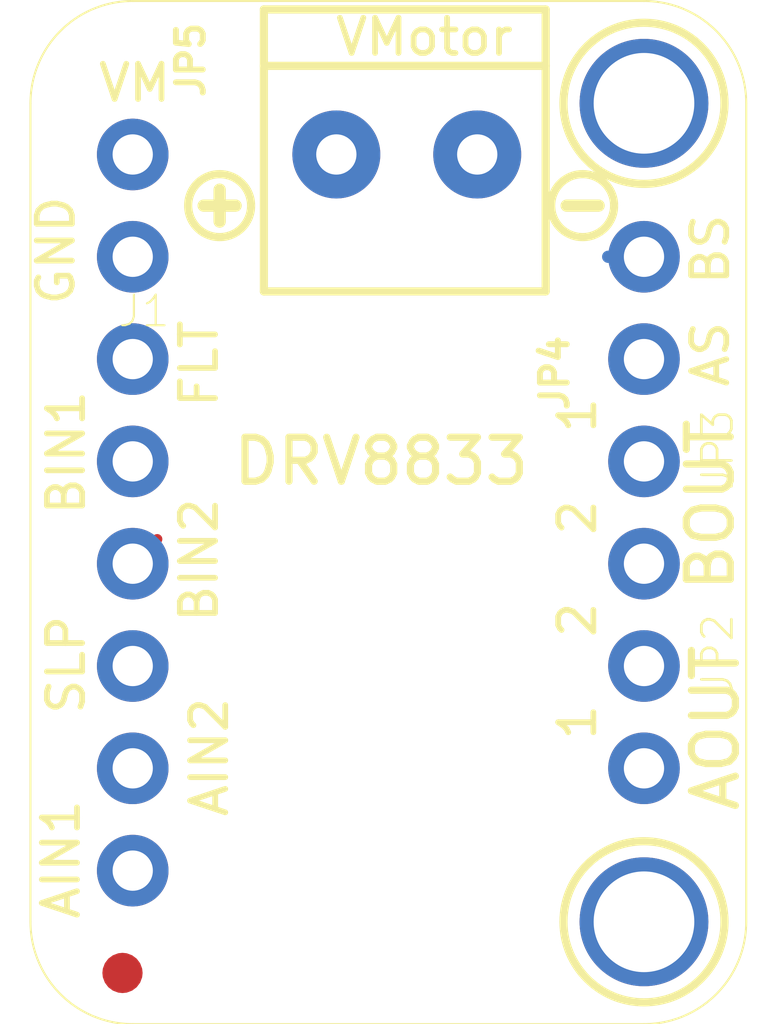
<source format=kicad_pcb>
(kicad_pcb (version 20211014) (generator pcbnew)
  (layers (0 "F.Cu" signal) (31 "B.Cu" signal) (34 "B.Paste" user) (35 "F.Paste" user) (36 "B.SilkS" user "B.Silkscreen") (37 "F.SilkS" user "F.Silkscreen") (38 "B.Mask" user) (39 "F.Mask" user) (44 "Edge.Cuts" user))
  (net 0 "")
  (net 1 "BSEN")
  (net 2 "GND")
  (net 3 "ASEN")
  (net 4 "PWRIN")
  (net 5 "VMOTOR")
  (net 6 "AOUT1")
  (net 7 "AOUT2")
  (net 8 "BOUT2")
  (net 9 "BOUT1")
  (net 10 "~{SLEEP}")
  (net 11 "AIN1")
  (net 12 "AIN2")
  (net 13 "BIN1")
  (net 14 "BIN2")
  (net 15 "NFAULT")
  (footprint "Adafruit DRV8833:MOUNTINGHOLE_2.5_PLATED" (layer "F.Cu") (at 154.8511 115.1636)
    (fp_text reference "U$14" hide)
    (fp_text value "MOUNTINGHOLE2.5" hide)
    (fp_circle (center 0 0) (end 2 0) (layer "F.SilkS") (width 0.2032) (fill none))
    (pad "P$1" thru_hole circle (at 0 0) (size 3.2 3.2) (drill 2.5) (layers *.Cu *.Mask))
  )
  (footprint "Adafruit DRV8833:1X08_ROUND_70" (layer "F.Cu") (at 142.1511 105.0036 -90)
    (fp_text reference "JP5" (at -10.2362 -1.8288 -90) (layer "F.SilkS") (effects (font (size 0.666496 0.666496) (thickness 0.146304)) (justify left bottom)))
    (fp_text value "")
    (pad "1" thru_hole circle (at -8.89 0) (size 1.778 1.778) (drill 1) (layers *.Cu *.Mask) (net 5 "VMOTOR"))
    (pad "2" thru_hole circle (at -6.35 0) (size 1.778 1.778) (drill 1) (layers *.Cu *.Mask) (net 2 "GND"))
    (pad "3" thru_hole circle (at -3.81 0) (size 1.778 1.778) (drill 1) (layers *.Cu *.Mask) (net 15 "NFAULT"))
    (pad "4" thru_hole circle (at -1.27 0) (size 1.778 1.778) (drill 1) (layers *.Cu *.Mask) (net 13 "BIN1"))
    (pad "5" thru_hole circle (at 1.27 0) (size 1.778 1.778) (drill 1) (layers *.Cu *.Mask) (net 14 "BIN2"))
    (pad "6" thru_hole circle (at 3.81 0) (size 1.778 1.778) (drill 1) (layers *.Cu *.Mask) (net 10 "~{SLEEP}"))
    (pad "7" thru_hole circle (at 6.35 0) (size 1.778 1.778) (drill 1) (layers *.Cu *.Mask) (net 12 "AIN2"))
    (pad "8" thru_hole circle (at 8.89 0) (size 1.778 1.778) (drill 1) (layers *.Cu *.Mask) (net 11 "AIN1"))
  )
  (footprint "Adafruit DRV8833:TERMBLOCK_1X2-3.5MM" (layer "F.Cu") (at 149.0091 96.1136 180)
    (fp_text reference "J1" (at 5.89 -3.89) (layer "F.SilkS") (effects (font (size 0.75948 0.75948) (thickness 0.05332)) (justify right)))
    (fp_text value "VMOTORIN" hide)
    (fp_line (start 3.6 2.2) (end 3.6 -3.4) (layer "F.SilkS") (width 0.2032))
    (fp_line (start 3.6 -3.4) (end -3.4 -3.4) (layer "F.SilkS") (width 0.2032))
    (fp_line (start -3.4 -3.4) (end -3.4 2.2) (layer "F.SilkS") (width 0.2032))
    (fp_line (start -3.4 2.2) (end 3.6 2.2) (layer "F.SilkS") (width 0.2032))
    (fp_line (start -3.4 3.6) (end 3.6 3.6) (layer "F.SilkS") (width 0.2032))
    (fp_line (start -3.4 2.2) (end -3.4 3.6) (layer "F.SilkS") (width 0.2032))
    (fp_line (start 3.6 3.6) (end 3.6 2.2) (layer "F.SilkS") (width 0.2032))
    (pad "1" thru_hole circle (at 1.8 0 180) (size 2.1844 2.1844) (drill 1) (layers *.Cu *.Mask) (net 4 "PWRIN"))
    (pad "2" thru_hole circle (at -1.7 0 180) (size 2.1844 2.1844) (drill 1) (layers *.Cu *.Mask) (net 2 "GND"))
  )
  (footprint "Adafruit DRV8833:MOUNTINGHOLE_2.5_PLATED" (layer "F.Cu") (at 154.8511 94.8436)
    (fp_text reference "U$13" hide)
    (fp_text value "MOUNTINGHOLE2.5" hide)
    (fp_circle (center 0 0) (end 2 0) (layer "F.SilkS") (width 0.2032) (fill none))
    (pad "P$1" thru_hole circle (at 0 0) (size 3.2 3.2) (drill 2.5) (layers *.Cu *.Mask))
  )
  (footprint "Adafruit DRV8833:SYMBOL_PLUS" (layer "F.Cu") (at 144.3101 97.3836)
    (fp_text reference "U$15" hide)
    (fp_text value "" hide)
    (fp_line (start 0.3968 0) (end -0.3969 0) (layer "F.SilkS") (width 0.3048))
    (fp_line (start 0 -0.3968) (end 0 0.3968) (layer "F.SilkS") (width 0.3048))
    (fp_circle (center 0 0) (end 0.7817 0) (layer "F.SilkS") (width 0.2032) (fill none))
  )
  (footprint "Adafruit DRV8833:SYMBOL_MINUS" (layer "F.Cu") (at 153.3271 97.3836)
    (fp_text reference "U$16" hide)
    (fp_text value "" hide)
    (fp_line (start 0.3968 0) (end -0.3969 0) (layer "F.SilkS") (width 0.3048))
    (fp_circle (center 0 0) (end 0.7817 0) (layer "F.SilkS") (width 0.2032) (fill none))
  )
  (footprint "Adafruit DRV8833:1X02_ROUND" (layer "F.Cu") (at 154.8511 99.9236 90)
    (fp_text reference "JP4" (at -2.6162 -1.8288 90) (layer "F.SilkS") (effects (font (size 0.666496 0.666496) (thickness 0.146304)) (justify left bottom)))
    (fp_text value "")
    (pad "1" thru_hole circle (at -1.27 0 180) (size 1.778 1.778) (drill 1) (layers *.Cu *.Mask) (net 3 "ASEN"))
    (pad "2" thru_hole circle (at 1.27 0 180) (size 1.778 1.778) (drill 1) (layers *.Cu *.Mask) (net 1 "BSEN"))
  )
  (footprint "Adafruit DRV8833:1X02_ROUND" (layer "F.Cu") (at 154.8511 110.0836 -90)
    (fp_text reference "JP2" (at -2.6162 -1.8288 90) (layer "F.SilkS") (effects (font (size 0.74615 0.74615) (thickness 0.06665)) (justify right)))
    (fp_text value "")
    (pad "1" thru_hole circle (at -1.27 0) (size 1.778 1.778) (drill 1) (layers *.Cu *.Mask) (net 7 "AOUT2"))
    (pad "2" thru_hole circle (at 1.27 0) (size 1.778 1.778) (drill 1) (layers *.Cu *.Mask) (net 6 "AOUT1"))
  )
  (footprint "Adafruit DRV8833:FIDUCIAL_1MM" (layer "F.Cu") (at 141.8971 116.4336)
    (fp_text reference "FID2" hide)
    (fp_text value "FIDUCIAL\"\"" hide)
    (pad "1" smd roundrect (at 0 0) (size 1 1) (layers "F.Cu" "F.Mask") (roundrect_rratio 0.5))
  )
  (footprint "Adafruit DRV8833:1X02_ROUND" (layer "F.Cu") (at 154.8511 105.0036 -90)
    (fp_text reference "JP3" (at -2.6162 -1.8288 90) (layer "F.SilkS") (effects (font (size 0.74615 0.74615) (thickness 0.06665)) (justify right)))
    (fp_text value "")
    (pad "1" thru_hole circle (at -1.27 0) (size 1.778 1.778) (drill 1) (layers *.Cu *.Mask) (net 9 "BOUT1"))
    (pad "2" thru_hole circle (at 1.27 0) (size 1.778 1.778) (drill 1) (layers *.Cu *.Mask) (net 8 "BOUT2"))
  )
  (gr_arc (start 157.3911 115.1636) (mid 156.647151 116.959651) (end 154.8511 117.7036) (layer "F.SilkS") (width 0.05))
  (gr_arc (start 142.1511 117.7036) (mid 140.355049 116.959651) (end 139.6111 115.1636) (layer "F.SilkS") (width 0.05))
  (gr_arc (start 154.8511 92.3036) (mid 156.647151 93.047549) (end 157.3911 94.8436) (layer "F.SilkS") (width 0.05))
  (gr_line (start 142.1511 92.3036) (end 154.8511 92.3036) (layer "F.SilkS") (width 0.05))
  (gr_line (start 157.3911 94.8436) (end 157.3911 115.1636) (layer "F.SilkS") (width 0.05))
  (gr_line (start 154.8511 117.7036) (end 142.1511 117.7036) (layer "F.SilkS") (width 0.05))
  (gr_line (start 139.6111 115.1636) (end 139.6111 94.8436) (layer "F.SilkS") (width 0.05))
  (gr_arc (start 139.6111 94.8436) (mid 140.355049 93.047549) (end 142.1511 92.3036) (layer "F.SilkS") (width 0.05))
  (gr_text "AS" (at 157.0101 101.9556 90) (layer "F.SilkS") (effects (font (size 0.87376 0.87376) (thickness 0.14224)) (justify left bottom)))
  (gr_text "DRV8833" (at 144.5641 104.3686) (layer "F.SilkS") (effects (font (size 1.0922 1.0922) (thickness 0.1778)) (justify left bottom)))
  (gr_text "AOUT" (at 157.2641 112.4966 90) (layer "F.SilkS") (effects (font (size 1.0922 1.0922) (thickness 0.1778)) (justify left bottom)))
  (gr_text "VMotor" (at 151.6761 92.6846) (layer "F.SilkS") (effects (font (size 0.87376 0.87376) (thickness 0.14224)) (justify right top)))
  (gr_text "AIN2" (at 144.5641 112.6236 90) (layer "F.SilkS") (effects (font (size 0.87376 0.87376) (thickness 0.14224)) (justify left bottom)))
  (gr_text "BOUT" (at 157.1371 107.0356 90) (layer "F.SilkS") (effects (font (size 1.0922 1.0922) (thickness 0.1778)) (justify left bottom)))
  (gr_text "SLP" (at 141.0081 110.0836 90) (layer "F.SilkS") (effects (font (size 0.87376 0.87376) (thickness 0.14224)) (justify left bottom)))
  (gr_text "2" (at 153.7081 108.1786 90) (layer "F.SilkS") (effects (font (size 0.87376 0.87376) (thickness 0.14224)) (justify left bottom)))
  (gr_text "FLT" (at 144.3101 102.4636 90) (layer "F.SilkS") (effects (font (size 0.87376 0.87376) (thickness 0.14224)) (justify left bottom)))
  (gr_text "VM" (at 143.1671 93.8276) (layer "F.SilkS") (effects (font (size 0.87376 0.87376) (thickness 0.14224)) (justify right top)))
  (gr_text "BS" (at 157.0101 99.4156 90) (layer "F.SilkS") (effects (font (size 0.87376 0.87376) (thickness 0.14224)) (justify left bottom)))
  (gr_text "2" (at 153.7081 105.6386 90) (layer "F.SilkS") (effects (font (size 0.87376 0.87376) (thickness 0.14224)) (justify left bottom)))
  (gr_text "BIN1" (at 141.0081 105.1306 90) (layer "F.SilkS") (effects (font (size 0.87376 0.87376) (thickness 0.14224)) (justify left bottom)))
  (gr_text "AIN1" (at 140.8811 115.1636 90) (layer "F.SilkS") (effects (font (size 0.87376 0.87376) (thickness 0.14224)) (justify left bottom)))
  (gr_text "1" (at 153.7081 103.0986 90) (layer "F.SilkS") (effects (font (size 0.87376 0.87376) (thickness 0.14224)) (justify left bottom)))
  (gr_text "GND" (at 140.7541 99.9236 90) (layer "F.SilkS") (effects (font (size 0.87376 0.87376) (thickness 0.14224)) (justify left bottom)))
  (gr_text "BIN2" (at 144.3101 107.7976 90) (layer "F.SilkS") (effects (font (size 0.87376 0.87376) (thickness 0.14224)) (justify left bottom)))
  (gr_text "1" (at 153.7081 110.7186 90) (layer "F.SilkS") (effects (font (size 0.87376 0.87376) (thickness 0.14224)) (justify left bottom)))
  (segment (start 153.9621 98.6536) (end 154.8511 98.6536) (width 0.3048) (layer "B.Cu") (net 1))
  (segment (start 154.3431 103.7336) (end 154.8511 103.7336) (width 0.254) (layer "F.Cu") (net 9))
  (segment (start 142.2781 111.3536) (end 142.1511 111.3536) (width 0.254) (layer "F.Cu") (net 12))
  (segment (start 142.7601 105.6646) (end 142.1511 106.2736) (width 0.254) (layer "F.Cu") (net 14))
)
</source>
